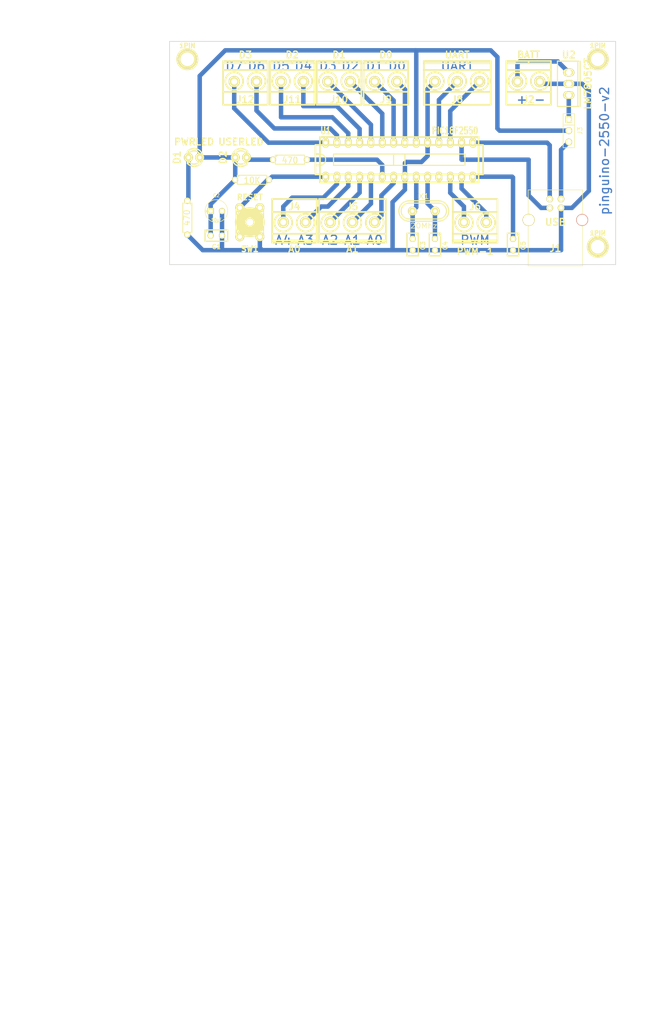
<source format=kicad_pcb>
(kicad_pcb (version 3) (host pcbnew "(2012-nov-02)-stable")

  (general
    (links 50)
    (no_connects 0)
    (area 23.85 31.925001 214.577381 413.25)
    (thickness 1.6)
    (drawings 24)
    (tracks 140)
    (zones 0)
    (modules 28)
    (nets 32)
  )

  (page User 210.007 297.002 portrait)
  (title_block 
    (title "Pinguino 2550")
    (rev 2.0)
    (company "E.E.T. Nro.7 - Banfield")
    (comment 1 "Prof. Victor Villarreal")
    (comment 2 "Placa Pinguino 18F2550 v2")
  )

  (layers
    (15 F.Cu signal hide)
    (0 B.Cu signal)
    (16 B.Adhes user hide)
    (17 F.Adhes user hide)
    (18 B.Paste user hide)
    (19 F.Paste user hide)
    (20 B.SilkS user hide)
    (21 F.SilkS user hide)
    (22 B.Mask user hide)
    (23 F.Mask user hide)
    (24 Dwgs.User user)
    (25 Cmts.User user)
    (26 Eco1.User user)
    (27 Eco2.User user)
    (28 Edge.Cuts user)
  )

  (setup
    (last_trace_width 1)
    (trace_clearance 0.5)
    (zone_clearance 0.508)
    (zone_45_only no)
    (trace_min 0.5)
    (segment_width 0.2)
    (edge_width 0.15)
    (via_size 0.889)
    (via_drill 0.635)
    (via_min_size 0.889)
    (via_min_drill 0.508)
    (uvia_size 0.508)
    (uvia_drill 0.127)
    (uvias_allowed no)
    (uvia_min_size 0.508)
    (uvia_min_drill 0.127)
    (pcb_text_width 0.3)
    (pcb_text_size 1 1)
    (mod_edge_width 0.15)
    (mod_text_size 1 1)
    (mod_text_width 0.15)
    (pad_size 1.6 1.6)
    (pad_drill 0.8128)
    (pad_to_mask_clearance 0)
    (aux_axis_origin 0 0)
    (visible_elements FFFFFBBF)
    (pcbplotparams
      (layerselection 3178497)
      (usegerberextensions true)
      (excludeedgelayer true)
      (linewidth 152400)
      (plotframeref false)
      (viasonmask false)
      (mode 1)
      (useauxorigin false)
      (hpglpennumber 1)
      (hpglpenspeed 20)
      (hpglpendiameter 15)
      (hpglpenoverlay 2)
      (psnegative false)
      (psa4output false)
      (plotreference true)
      (plotvalue true)
      (plotothertext true)
      (plotinvisibletext false)
      (padsonsilk false)
      (subtractmaskfromsilk false)
      (outputformat 1)
      (mirror false)
      (drillshape 1)
      (scaleselection 1)
      (outputdirectory doc/))
  )

  (net 0 "")
  (net 1 /ANALOG-1)
  (net 2 /ANALOG-2)
  (net 3 /ANALOG-3)
  (net 4 /ANALOG-4)
  (net 5 /ANALOG-5)
  (net 6 /DIGITAL-1)
  (net 7 /DIGITAL-2)
  (net 8 /DIGITAL-3)
  (net 9 /DIGITAL-4)
  (net 10 /DIGITAL-5)
  (net 11 /DIGITAL-6)
  (net 12 /DIGITAL-7)
  (net 13 /DIGITAL-8)
  (net 14 /PWM-1)
  (net 15 /PWM-2)
  (net 16 /UART-RX)
  (net 17 /UART-TX)
  (net 18 /USB+)
  (net 19 /USB-)
  (net 20 GNDPWR)
  (net 21 N-0000016)
  (net 22 N-0000018)
  (net 23 N-0000019)
  (net 24 N-0000028)
  (net 25 N-0000029)
  (net 26 N-0000030)
  (net 27 N-0000031)
  (net 28 N-0000032)
  (net 29 N-0000033)
  (net 30 N-0000034)
  (net 31 VCC)

  (net_class Default "This is the default net class."
    (clearance 0.5)
    (trace_width 1)
    (via_dia 0.889)
    (via_drill 0.635)
    (uvia_dia 0.508)
    (uvia_drill 0.127)
    (add_net "")
    (add_net /ANALOG-1)
    (add_net /ANALOG-2)
    (add_net /ANALOG-3)
    (add_net /ANALOG-4)
    (add_net /ANALOG-5)
    (add_net /DIGITAL-1)
    (add_net /DIGITAL-2)
    (add_net /DIGITAL-3)
    (add_net /DIGITAL-4)
    (add_net /DIGITAL-5)
    (add_net /DIGITAL-6)
    (add_net /DIGITAL-7)
    (add_net /DIGITAL-8)
    (add_net /PWM-1)
    (add_net /PWM-2)
    (add_net /UART-RX)
    (add_net /UART-TX)
    (add_net /USB+)
    (add_net /USB-)
    (add_net GNDPWR)
    (add_net N-0000016)
    (add_net N-0000018)
    (add_net N-0000019)
    (add_net N-0000028)
    (add_net N-0000029)
    (add_net N-0000030)
    (add_net N-0000031)
    (add_net N-0000032)
    (add_net N-0000033)
    (add_net N-0000034)
    (add_net VCC)
  )

  (module USB_B (layer F.Cu) (tedit 533F39DE) (tstamp 533F3C98)
    (at 138 84)
    (tags USB)
    (path /52EAE320)
    (clearance 0.1)
    (fp_text reference J1 (at 0 6.35) (layer F.SilkS)
      (effects (font (size 1.524 1.524) (thickness 0.3048)))
    )
    (fp_text value USB (at 0 0.5) (layer F.SilkS)
      (effects (font (size 1.524 1.524) (thickness 0.3048)))
    )
    (fp_line (start -6.096 10.287) (end 6.096 10.287) (layer F.SilkS) (width 0.127))
    (fp_line (start 6.096 10.287) (end 6.096 -6.731) (layer F.SilkS) (width 0.127))
    (fp_line (start 6.096 -6.731) (end -6.096 -6.731) (layer F.SilkS) (width 0.127))
    (fp_line (start -6.096 -6.731) (end -6.096 10.287) (layer F.SilkS) (width 0.127))
    (pad 1 thru_hole circle (at 1.27 -4.699) (size 1.524 1.524) (drill 0.8128)
      (layers *.Cu *.Mask F.SilkS)
      (net 26 N-0000030)
      (zone_connect 0)
    )
    (pad 2 thru_hole circle (at -1.27 -4.699) (size 1.524 1.524) (drill 0.8128)
      (layers *.Cu *.Mask F.SilkS)
      (net 19 /USB-)
    )
    (pad 3 thru_hole circle (at -1.27 -2.70002) (size 1.524 1.524) (drill 0.8128)
      (layers *.Cu *.Mask F.SilkS)
      (net 18 /USB+)
    )
    (pad 4 thru_hole circle (at 1.27 -2.70002) (size 1.524 1.524) (drill 0.8128)
      (layers *.Cu *.Mask F.SilkS)
      (net 20 GNDPWR)
    )
    (pad 5 np_thru_hole circle (at 5.99948 0) (size 2.70002 2.70002) (drill 2.30124)
      (layers *.Cu *.SilkS *.Mask)
    )
    (pad 6 thru_hole circle (at -5.99948 0) (size 2.70002 2.70002) (drill 2.30124)
      (layers *.Cu *.Mask F.SilkS)
    )
    (model connectors/USB_type_B.wrl
      (at (xyz 0 0 0.001))
      (scale (xyz 0.3937 0.3937 0.3937))
      (rotate (xyz 0 0 0))
    )
  )

  (module R3 (layer F.Cu) (tedit 4E4C0E65) (tstamp 533B5D9E)
    (at 55.5 83.5 270)
    (descr "Resitance 3 pas")
    (tags R)
    (path /52EAEE87)
    (autoplace_cost180 10)
    (fp_text reference R1 (at 0 0.127 270) (layer F.SilkS) hide
      (effects (font (size 1.397 1.27) (thickness 0.2032)))
    )
    (fp_text value 470 (at 0 0.127 270) (layer F.SilkS)
      (effects (font (size 1.397 1.27) (thickness 0.2032)))
    )
    (fp_line (start -3.81 0) (end -3.302 0) (layer F.SilkS) (width 0.2032))
    (fp_line (start 3.81 0) (end 3.302 0) (layer F.SilkS) (width 0.2032))
    (fp_line (start 3.302 0) (end 3.302 -1.016) (layer F.SilkS) (width 0.2032))
    (fp_line (start 3.302 -1.016) (end -3.302 -1.016) (layer F.SilkS) (width 0.2032))
    (fp_line (start -3.302 -1.016) (end -3.302 1.016) (layer F.SilkS) (width 0.2032))
    (fp_line (start -3.302 1.016) (end 3.302 1.016) (layer F.SilkS) (width 0.2032))
    (fp_line (start 3.302 1.016) (end 3.302 0) (layer F.SilkS) (width 0.2032))
    (fp_line (start -3.302 -0.508) (end -2.794 -1.016) (layer F.SilkS) (width 0.2032))
    (pad 1 thru_hole circle (at -3.81 0 270) (size 1.397 1.397) (drill 0.8128)
      (layers *.Cu *.Mask F.SilkS)
      (net 30 N-0000034)
    )
    (pad 2 thru_hole circle (at 3.81 0 270) (size 1.397 1.397) (drill 0.8128)
      (layers *.Cu *.Mask F.SilkS)
      (net 20 GNDPWR)
    )
    (model discret/resistor.wrl
      (at (xyz 0 0 0))
      (scale (xyz 0.3 0.3 0.3))
      (rotate (xyz 0 0 0))
    )
  )

  (module R3 (layer F.Cu) (tedit 4E4C0E65) (tstamp 533B5F07)
    (at 78.5 70.5)
    (descr "Resitance 3 pas")
    (tags R)
    (path /52EAFAE0)
    (autoplace_cost180 10)
    (fp_text reference R3 (at 0 0.127) (layer F.SilkS) hide
      (effects (font (size 1.397 1.27) (thickness 0.2032)))
    )
    (fp_text value 470 (at 0 0.127) (layer F.SilkS)
      (effects (font (size 1.397 1.27) (thickness 0.2032)))
    )
    (fp_line (start -3.81 0) (end -3.302 0) (layer F.SilkS) (width 0.2032))
    (fp_line (start 3.81 0) (end 3.302 0) (layer F.SilkS) (width 0.2032))
    (fp_line (start 3.302 0) (end 3.302 -1.016) (layer F.SilkS) (width 0.2032))
    (fp_line (start 3.302 -1.016) (end -3.302 -1.016) (layer F.SilkS) (width 0.2032))
    (fp_line (start -3.302 -1.016) (end -3.302 1.016) (layer F.SilkS) (width 0.2032))
    (fp_line (start -3.302 1.016) (end 3.302 1.016) (layer F.SilkS) (width 0.2032))
    (fp_line (start 3.302 1.016) (end 3.302 0) (layer F.SilkS) (width 0.2032))
    (fp_line (start -3.302 -0.508) (end -2.794 -1.016) (layer F.SilkS) (width 0.2032))
    (pad 1 thru_hole circle (at -3.81 0) (size 1.397 1.397) (drill 0.8128)
      (layers *.Cu *.Mask F.SilkS)
      (net 23 N-0000019)
    )
    (pad 2 thru_hole circle (at 3.81 0) (size 1.397 1.397) (drill 0.8128)
      (layers *.Cu *.Mask F.SilkS)
      (net 22 N-0000018)
    )
    (model discret/resistor.wrl
      (at (xyz 0 0 0))
      (scale (xyz 0.3 0.3 0.3))
      (rotate (xyz 0 0 0))
    )
  )

  (module R3 (layer F.Cu) (tedit 4E4C0E65) (tstamp 52F3A77C)
    (at 70 75)
    (descr "Resitance 3 pas")
    (tags R)
    (path /52EAF69C)
    (autoplace_cost180 10)
    (fp_text reference R2 (at 0 0.127) (layer F.SilkS) hide
      (effects (font (size 1.397 1.27) (thickness 0.2032)))
    )
    (fp_text value 10K (at 0 0.127) (layer F.SilkS)
      (effects (font (size 1.397 1.27) (thickness 0.2032)))
    )
    (fp_line (start -3.81 0) (end -3.302 0) (layer F.SilkS) (width 0.2032))
    (fp_line (start 3.81 0) (end 3.302 0) (layer F.SilkS) (width 0.2032))
    (fp_line (start 3.302 0) (end 3.302 -1.016) (layer F.SilkS) (width 0.2032))
    (fp_line (start 3.302 -1.016) (end -3.302 -1.016) (layer F.SilkS) (width 0.2032))
    (fp_line (start -3.302 -1.016) (end -3.302 1.016) (layer F.SilkS) (width 0.2032))
    (fp_line (start -3.302 1.016) (end 3.302 1.016) (layer F.SilkS) (width 0.2032))
    (fp_line (start 3.302 1.016) (end 3.302 0) (layer F.SilkS) (width 0.2032))
    (fp_line (start -3.302 -0.508) (end -2.794 -1.016) (layer F.SilkS) (width 0.2032))
    (pad 1 thru_hole circle (at -3.81 0) (size 1.397 1.397) (drill 0.8128)
      (layers *.Cu *.Mask F.SilkS)
      (net 31 VCC)
    )
    (pad 2 thru_hole circle (at 3.81 0) (size 1.397 1.397) (drill 0.8128)
      (layers *.Cu *.Mask F.SilkS)
      (net 21 N-0000016)
    )
    (model discret/resistor.wrl
      (at (xyz 0 0 0))
      (scale (xyz 0.3 0.3 0.3))
      (rotate (xyz 0 0 0))
    )
  )

  (module PIN_ARRAY_3X1 (layer F.Cu) (tedit 533CCE6A) (tstamp 52F3A7A1)
    (at 141 64 270)
    (descr "Connecteur 3 pins")
    (tags "CONN DEV")
    (path /52EAE5D3)
    (fp_text reference J3 (at 0 -2.5 270) (layer F.SilkS)
      (effects (font (size 1.016 1.016) (thickness 0.1524)))
    )
    (fp_text value SELECT (at 0 -2.159 270) (layer F.SilkS) hide
      (effects (font (size 1.016 1.016) (thickness 0.1524)))
    )
    (fp_line (start -3.81 1.27) (end -3.81 -1.27) (layer F.SilkS) (width 0.1524))
    (fp_line (start -3.81 -1.27) (end 3.81 -1.27) (layer F.SilkS) (width 0.1524))
    (fp_line (start 3.81 -1.27) (end 3.81 1.27) (layer F.SilkS) (width 0.1524))
    (fp_line (start 3.81 1.27) (end -3.81 1.27) (layer F.SilkS) (width 0.1524))
    (fp_line (start -1.27 -1.27) (end -1.27 1.27) (layer F.SilkS) (width 0.1524))
    (pad 1 thru_hole rect (at -2.54 0 270) (size 1.524 1.524) (drill 1.016)
      (layers *.Cu *.Mask F.SilkS)
      (net 25 N-0000029)
    )
    (pad 2 thru_hole circle (at 0 0 270) (size 1.524 1.524) (drill 1.016)
      (layers *.Cu *.Mask F.SilkS)
      (net 31 VCC)
    )
    (pad 3 thru_hole circle (at 2.54 0 270) (size 1.524 1.524) (drill 1.016)
      (layers *.Cu *.Mask F.SilkS)
      (net 26 N-0000030)
    )
    (model pin_array/pins_array_3x1.wrl
      (at (xyz 0 0 0))
      (scale (xyz 1 1 1))
      (rotate (xyz 0 0 0))
    )
  )

  (module dil_28-300_socket (layer F.Cu) (tedit 533CCECB) (tstamp 52F3A828)
    (at 103 70.5)
    (descr "IC, DIL28 x 0,3\", with socket")
    (tags DIL)
    (path /52EAE2A1)
    (fp_text reference U1 (at -16.5 -6.5) (layer F.SilkS)
      (effects (font (size 1.524 1.143) (thickness 0.28702)))
    )
    (fp_text value PIC18F2550 (at 12.5 -6.5) (layer F.SilkS)
      (effects (font (size 1.524 1.143) (thickness 0.28702)))
    )
    (fp_line (start -17.78 -5.08) (end 17.78 -5.08) (layer F.SilkS) (width 0.381))
    (fp_line (start 18.796 -3.302) (end -18.796 -3.302) (layer F.SilkS) (width 0.381))
    (fp_line (start -17.78 5.08) (end 17.78 5.08) (layer F.SilkS) (width 0.381))
    (fp_line (start 18.796 3.302) (end -18.796 3.302) (layer F.SilkS) (width 0.381))
    (fp_line (start -14.732 1.27) (end 14.732 1.27) (layer F.SilkS) (width 0.254))
    (fp_line (start 14.732 -1.27) (end -14.732 -1.27) (layer F.SilkS) (width 0.254))
    (fp_line (start 1.27 -1.27) (end 1.27 1.27) (layer F.SilkS) (width 0.254))
    (fp_line (start -1.27 -1.27) (end -1.27 1.27) (layer F.SilkS) (width 0.254))
    (fp_line (start -17.78 -1.27) (end -17.78 1.27) (layer F.SilkS) (width 0.381))
    (fp_arc (start -17.78 0) (end -17.78 -1.27) (angle 90) (layer F.SilkS) (width 0.254))
    (fp_arc (start -17.78 0) (end -16.51 0) (angle 90) (layer F.SilkS) (width 0.254))
    (fp_line (start -17.78 1.27) (end -18.796 1.27) (layer F.SilkS) (width 0.381))
    (fp_line (start -17.78 -1.27) (end -18.796 -1.27) (layer F.SilkS) (width 0.381))
    (fp_line (start -14.732 -1.27) (end -14.732 1.27) (layer F.SilkS) (width 0.254))
    (fp_line (start 14.732 1.27) (end 14.732 -1.27) (layer F.SilkS) (width 0.254))
    (fp_line (start 17.78 -5.08) (end 17.78 5.08) (layer F.SilkS) (width 0.381))
    (fp_line (start -17.78 5.08) (end -17.78 -5.08) (layer F.SilkS) (width 0.381))
    (fp_line (start 18.796 -3.302) (end 18.796 3.302) (layer F.SilkS) (width 0.381))
    (fp_line (start -18.796 3.302) (end -18.796 -3.302) (layer F.SilkS) (width 0.381))
    (pad 1 thru_hole oval (at -16.51 3.81) (size 1.50114 2.19964) (drill 0.8001)
      (layers *.Cu *.Mask F.SilkS)
      (net 21 N-0000016)
    )
    (pad 2 thru_hole oval (at -13.97 3.81) (size 1.50114 2.19964) (drill 0.8001)
      (layers *.Cu *.Mask F.SilkS)
      (net 1 /ANALOG-1)
    )
    (pad 3 thru_hole oval (at -11.43 3.81) (size 1.50114 2.19964) (drill 0.8001)
      (layers *.Cu *.Mask F.SilkS)
      (net 2 /ANALOG-2)
    )
    (pad 4 thru_hole oval (at -8.89 3.81) (size 1.50114 2.19964) (drill 0.8001)
      (layers *.Cu *.Mask F.SilkS)
      (net 3 /ANALOG-3)
    )
    (pad 5 thru_hole oval (at -6.35 3.81) (size 1.50114 2.19964) (drill 0.8001)
      (layers *.Cu *.Mask F.SilkS)
      (net 4 /ANALOG-4)
    )
    (pad 6 thru_hole oval (at -3.81 3.81) (size 1.50114 2.19964) (drill 0.8001)
      (layers *.Cu *.Mask F.SilkS)
      (net 22 N-0000018)
    )
    (pad 7 thru_hole oval (at -1.27 3.81) (size 1.50114 2.19964) (drill 0.8001)
      (layers *.Cu *.Mask F.SilkS)
      (net 5 /ANALOG-5)
    )
    (pad 8 thru_hole oval (at 1.27 3.81) (size 1.50114 2.19964) (drill 0.8001)
      (layers *.Cu *.Mask F.SilkS)
      (net 20 GNDPWR)
    )
    (pad 9 thru_hole oval (at 3.81 3.81) (size 1.50114 2.19964) (drill 0.8001)
      (layers *.Cu *.Mask F.SilkS)
      (net 28 N-0000032)
    )
    (pad 10 thru_hole oval (at 6.35 3.81) (size 1.50114 2.19964) (drill 0.8001)
      (layers *.Cu *.Mask F.SilkS)
      (net 29 N-0000033)
    )
    (pad 11 thru_hole oval (at 8.89 3.81) (size 1.50114 2.19964) (drill 0.8001)
      (layers *.Cu *.Mask F.SilkS)
    )
    (pad 12 thru_hole oval (at 11.43 3.81) (size 1.50114 2.19964) (drill 0.8001)
      (layers *.Cu *.Mask F.SilkS)
      (net 14 /PWM-1)
    )
    (pad 13 thru_hole oval (at 13.97 3.81) (size 1.50114 2.19964) (drill 0.8001)
      (layers *.Cu *.Mask F.SilkS)
      (net 15 /PWM-2)
    )
    (pad 14 thru_hole oval (at 16.51 3.81) (size 1.50114 2.19964) (drill 0.8001)
      (layers *.Cu *.Mask F.SilkS)
      (net 27 N-0000031)
    )
    (pad 15 thru_hole oval (at 16.51 -3.81) (size 1.50114 2.19964) (drill 0.8001)
      (layers *.Cu *.Mask F.SilkS)
      (net 19 /USB-)
    )
    (pad 16 thru_hole oval (at 13.97 -3.81) (size 1.50114 2.19964) (drill 0.8001)
      (layers *.Cu *.Mask F.SilkS)
      (net 18 /USB+)
    )
    (pad 17 thru_hole oval (at 11.43 -3.81) (size 1.50114 2.19964) (drill 0.8001)
      (layers *.Cu *.Mask F.SilkS)
      (net 17 /UART-TX)
    )
    (pad 18 thru_hole oval (at 8.89 -3.81) (size 1.50114 2.19964) (drill 0.8001)
      (layers *.Cu *.Mask F.SilkS)
      (net 16 /UART-RX)
    )
    (pad 19 thru_hole oval (at 6.35 -3.81) (size 1.50114 2.19964) (drill 0.8001)
      (layers *.Cu *.Mask F.SilkS)
      (net 20 GNDPWR)
    )
    (pad 20 thru_hole oval (at 3.81 -3.81) (size 1.50114 2.19964) (drill 0.8001)
      (layers *.Cu *.Mask F.SilkS)
      (net 31 VCC)
    )
    (pad 21 thru_hole oval (at 1.27 -3.81) (size 1.50114 2.19964) (drill 0.8001)
      (layers *.Cu *.Mask F.SilkS)
      (net 6 /DIGITAL-1)
    )
    (pad 22 thru_hole oval (at -1.27 -3.81) (size 1.50114 2.19964) (drill 0.8001)
      (layers *.Cu *.Mask F.SilkS)
      (net 7 /DIGITAL-2)
    )
    (pad 23 thru_hole oval (at -3.81 -3.81) (size 1.50114 2.19964) (drill 0.8001)
      (layers *.Cu *.Mask F.SilkS)
      (net 8 /DIGITAL-3)
    )
    (pad 24 thru_hole oval (at -6.35 -3.81) (size 1.50114 2.19964) (drill 0.8001)
      (layers *.Cu *.Mask F.SilkS)
      (net 9 /DIGITAL-4)
    )
    (pad 25 thru_hole oval (at -8.89 -3.81) (size 1.50114 2.19964) (drill 0.8001)
      (layers *.Cu *.Mask F.SilkS)
      (net 10 /DIGITAL-5)
    )
    (pad 26 thru_hole oval (at -11.43 -3.81) (size 1.50114 2.19964) (drill 0.8001)
      (layers *.Cu *.Mask F.SilkS)
      (net 11 /DIGITAL-6)
    )
    (pad 27 thru_hole oval (at -13.97 -3.81) (size 1.50114 2.19964) (drill 0.8001)
      (layers *.Cu *.Mask F.SilkS)
      (net 12 /DIGITAL-7)
    )
    (pad 28 thru_hole oval (at -16.51 -3.81) (size 1.50114 2.19964) (drill 0.8001)
      (layers *.Cu *.Mask F.SilkS)
      (net 13 /DIGITAL-8)
    )
    (model 3D/dil_28-300_socket.wrl
      (at (xyz 0 0 0))
      (scale (xyz 1 1 1))
      (rotate (xyz 0 0 0))
    )
  )

  (module crystal_hc-49s (layer F.Cu) (tedit 4D174556) (tstamp 52F3A846)
    (at 108.5 82)
    (descr "Crystal, HC-49S")
    (tags QUARTZ)
    (path /52EAF3AA)
    (autoplace_cost180 10)
    (fp_text reference X1 (at 0 -3.302) (layer F.SilkS)
      (effects (font (size 1.143 1.27) (thickness 0.1524)))
    )
    (fp_text value 20Mhz (at 0 3.302) (layer F.SilkS)
      (effects (font (size 1.143 1.27) (thickness 0.1524)))
    )
    (fp_arc (start 3.302 0) (end 3.302 -2.286) (angle 90) (layer F.SilkS) (width 0.254))
    (fp_line (start -3.302 1.778) (end 3.302 1.778) (layer F.SilkS) (width 0.254))
    (fp_line (start 3.302 -1.778) (end -3.302 -1.778) (layer F.SilkS) (width 0.254))
    (fp_arc (start 3.302 0) (end 5.08 0) (angle 90) (layer F.SilkS) (width 0.254))
    (fp_arc (start 3.302 0) (end 3.302 -1.778) (angle 90) (layer F.SilkS) (width 0.254))
    (fp_arc (start -3.302 0) (end -3.302 1.778) (angle 90) (layer F.SilkS) (width 0.254))
    (fp_arc (start -3.302 0) (end -5.08 0) (angle 90) (layer F.SilkS) (width 0.254))
    (fp_arc (start 3.302 0) (end 5.588 0) (angle 90) (layer F.SilkS) (width 0.254))
    (fp_line (start 3.302 2.286) (end -3.302 2.286) (layer F.SilkS) (width 0.254))
    (fp_line (start -3.302 -2.286) (end 3.302 -2.286) (layer F.SilkS) (width 0.254))
    (fp_arc (start -3.302 0) (end -3.302 2.286) (angle 90) (layer F.SilkS) (width 0.254))
    (fp_arc (start -3.302 0) (end -5.588 0) (angle 90) (layer F.SilkS) (width 0.254))
    (pad 1 thru_hole circle (at -2.54 0) (size 1.99898 1.99898) (drill 0.8001)
      (layers *.Cu *.Mask F.SilkS)
      (net 28 N-0000032)
    )
    (pad 2 thru_hole circle (at 2.54 0) (size 1.99898 1.99898) (drill 0.8001)
      (layers *.Cu *.Mask F.SilkS)
      (net 29 N-0000033)
    )
    (model 3D/crystal_hc-49s.wrl
      (at (xyz 0 0 0))
      (scale (xyz 1 1 1))
      (rotate (xyz 0 0 0))
    )
  )

  (module C1V5 (layer F.Cu) (tedit 533CCF68) (tstamp 533F3D51)
    (at 62 82)
    (descr "Condensateur e = 1 pas")
    (tags C)
    (path /52EAEA9A)
    (fp_text reference C2 (at 0 -3.5) (layer F.SilkS)
      (effects (font (size 0.762 0.762) (thickness 0.127)))
    )
    (fp_text value 10uF (at 0 2) (layer F.SilkS)
      (effects (font (size 0.762 0.635) (thickness 0.127)))
    )
    (fp_text user + (at -2.286 0) (layer F.SilkS)
      (effects (font (size 0.762 0.762) (thickness 0.2032)))
    )
    (fp_circle (center 0 0) (end 0.127 -2.54) (layer F.SilkS) (width 0.127))
    (pad 1 thru_hole rect (at -1.27 0) (size 1.397 1.397) (drill 0.8128)
      (layers *.Cu *.Mask F.SilkS)
      (net 31 VCC)
    )
    (pad 2 thru_hole circle (at 1.27 0) (size 1.397 1.397) (drill 0.8128)
      (layers *.Cu *.Mask F.SilkS)
      (net 20 GNDPWR)
    )
    (model discret/c_vert_c1v5.wrl
      (at (xyz 0 0 0))
      (scale (xyz 1 1 1))
      (rotate (xyz 0 0 0))
    )
  )

  (module to220_std (layer F.Cu) (tedit 533CC4D2) (tstamp 533B6F2F)
    (at 141 53.5 270)
    (descr "TO220, standard design witount bended pins")
    (path /52EAE38D)
    (fp_text reference U2 (at -6.5 0 360) (layer F.SilkS)
      (effects (font (size 1.524 1.524) (thickness 0.3048)))
    )
    (fp_text value LM7805CT (at 0 -4.318 270) (layer F.SilkS)
      (effects (font (size 1.524 1.524) (thickness 0.3048)))
    )
    (fp_line (start -5.08 -2.032) (end 5.08 -2.032) (layer F.SilkS) (width 0.254))
    (fp_line (start -5.08 -1.27) (end -5.08 2.54) (layer F.SilkS) (width 0.254))
    (fp_line (start -5.08 2.54) (end 5.08 2.54) (layer F.SilkS) (width 0.254))
    (fp_line (start 5.08 2.54) (end 5.08 -2.54) (layer F.SilkS) (width 0.254))
    (fp_line (start 5.08 -2.54) (end -5.08 -2.54) (layer F.SilkS) (width 0.254))
    (fp_line (start -5.08 -2.54) (end -5.08 -1.27) (layer F.SilkS) (width 0.254))
    (pad 3 thru_hole oval (at 2.54 0 270) (size 1.74498 2.49936) (drill 1.24968)
      (layers *.Cu *.Mask F.SilkS)
      (net 25 N-0000029)
    )
    (pad 2 thru_hole oval (at 0 0 270) (size 1.74498 2.49936) (drill 1.24968)
      (layers *.Cu *.Mask F.SilkS)
      (net 20 GNDPWR)
    )
    (pad 1 thru_hole oval (at -2.54 0 270) (size 1.74498 2.49936) (drill 1.24968)
      (layers *.Cu *.Mask F.SilkS)
      (net 24 N-0000028)
    )
    (model 3D/to220_std.wrl
      (at (xyz 0 0 0))
      (scale (xyz 1 1 1))
      (rotate (xyz 0 0 0))
    )
  )

  (module mkds_1,5-2 (layer F.Cu) (tedit 533CCE3D) (tstamp 5337A1C8)
    (at 100 53 180)
    (descr "2-way 5mm pitch terminal block, Phoenix MKDS series")
    (path /53376A24)
    (fp_text reference J9 (at 0 -4 180) (layer F.SilkS)
      (effects (font (size 1.5 1.5) (thickness 0.3)))
    )
    (fp_text value D0 (at 0 6 180) (layer F.SilkS)
      (effects (font (size 1.5 1.5) (thickness 0.3)))
    )
    (fp_line (start 0 4.1) (end 0 4.6) (layer F.SilkS) (width 0.381))
    (fp_circle (center 2.5 0.1) (end 0.5 0.1) (layer F.SilkS) (width 0.381))
    (fp_circle (center -2.5 0.1) (end -0.5 0.1) (layer F.SilkS) (width 0.381))
    (fp_line (start -5 2.6) (end 5 2.6) (layer F.SilkS) (width 0.381))
    (fp_line (start -5 -2.3) (end 5 -2.3) (layer F.SilkS) (width 0.381))
    (fp_line (start -5 4.1) (end 5 4.1) (layer F.SilkS) (width 0.381))
    (fp_line (start -5 4.6) (end 5 4.6) (layer F.SilkS) (width 0.381))
    (fp_line (start 5 4.6) (end 5 -5.2) (layer F.SilkS) (width 0.381))
    (fp_line (start 5 -5.2) (end -5 -5.2) (layer F.SilkS) (width 0.381))
    (fp_line (start -5 -5.2) (end -5 4.6) (layer F.SilkS) (width 0.381))
    (pad 1 thru_hole circle (at -2.5 0 180) (size 2.5 2.5) (drill 1.3)
      (layers *.Cu *.Mask F.SilkS)
      (net 6 /DIGITAL-1)
    )
    (pad 2 thru_hole circle (at 2.5 0 180) (size 2.5 2.5) (drill 1.3)
      (layers *.Cu *.Mask F.SilkS)
      (net 7 /DIGITAL-2)
    )
    (model 3D/mkds_1,5-2.wrl
      (at (xyz 0 0 0))
      (scale (xyz 1 1 1))
      (rotate (xyz 0 0 0))
    )
  )

  (module mkds_1,5-2 (layer F.Cu) (tedit 533CCE46) (tstamp 5337A1D8)
    (at 89.5 53 180)
    (descr "2-way 5mm pitch terminal block, Phoenix MKDS series")
    (path /53376A47)
    (fp_text reference J10 (at 0 -4 180) (layer F.SilkS)
      (effects (font (size 1.5 1.5) (thickness 0.3)))
    )
    (fp_text value D1 (at 0 6 180) (layer F.SilkS)
      (effects (font (size 1.5 1.5) (thickness 0.3)))
    )
    (fp_line (start 0 4.1) (end 0 4.6) (layer F.SilkS) (width 0.381))
    (fp_circle (center 2.5 0.1) (end 0.5 0.1) (layer F.SilkS) (width 0.381))
    (fp_circle (center -2.5 0.1) (end -0.5 0.1) (layer F.SilkS) (width 0.381))
    (fp_line (start -5 2.6) (end 5 2.6) (layer F.SilkS) (width 0.381))
    (fp_line (start -5 -2.3) (end 5 -2.3) (layer F.SilkS) (width 0.381))
    (fp_line (start -5 4.1) (end 5 4.1) (layer F.SilkS) (width 0.381))
    (fp_line (start -5 4.6) (end 5 4.6) (layer F.SilkS) (width 0.381))
    (fp_line (start 5 4.6) (end 5 -5.2) (layer F.SilkS) (width 0.381))
    (fp_line (start 5 -5.2) (end -5 -5.2) (layer F.SilkS) (width 0.381))
    (fp_line (start -5 -5.2) (end -5 4.6) (layer F.SilkS) (width 0.381))
    (pad 1 thru_hole circle (at -2.5 0 180) (size 2.5 2.5) (drill 1.3)
      (layers *.Cu *.Mask F.SilkS)
      (net 8 /DIGITAL-3)
    )
    (pad 2 thru_hole circle (at 2.5 0 180) (size 2.5 2.5) (drill 1.3)
      (layers *.Cu *.Mask F.SilkS)
      (net 9 /DIGITAL-4)
    )
    (model 3D/mkds_1,5-2.wrl
      (at (xyz 0 0 0))
      (scale (xyz 1 1 1))
      (rotate (xyz 0 0 0))
    )
  )

  (module mkds_1,5-2 (layer F.Cu) (tedit 533CCE4E) (tstamp 5337A1E8)
    (at 79 53 180)
    (descr "2-way 5mm pitch terminal block, Phoenix MKDS series")
    (path /53376A56)
    (fp_text reference J11 (at 0 -4 180) (layer F.SilkS)
      (effects (font (size 1.5 1.5) (thickness 0.3)))
    )
    (fp_text value D2 (at 0 6 180) (layer F.SilkS)
      (effects (font (size 1.5 1.5) (thickness 0.3)))
    )
    (fp_line (start 0 4.1) (end 0 4.6) (layer F.SilkS) (width 0.381))
    (fp_circle (center 2.5 0.1) (end 0.5 0.1) (layer F.SilkS) (width 0.381))
    (fp_circle (center -2.5 0.1) (end -0.5 0.1) (layer F.SilkS) (width 0.381))
    (fp_line (start -5 2.6) (end 5 2.6) (layer F.SilkS) (width 0.381))
    (fp_line (start -5 -2.3) (end 5 -2.3) (layer F.SilkS) (width 0.381))
    (fp_line (start -5 4.1) (end 5 4.1) (layer F.SilkS) (width 0.381))
    (fp_line (start -5 4.6) (end 5 4.6) (layer F.SilkS) (width 0.381))
    (fp_line (start 5 4.6) (end 5 -5.2) (layer F.SilkS) (width 0.381))
    (fp_line (start 5 -5.2) (end -5 -5.2) (layer F.SilkS) (width 0.381))
    (fp_line (start -5 -5.2) (end -5 4.6) (layer F.SilkS) (width 0.381))
    (pad 1 thru_hole circle (at -2.5 0 180) (size 2.5 2.5) (drill 1.3)
      (layers *.Cu *.Mask F.SilkS)
      (net 10 /DIGITAL-5)
    )
    (pad 2 thru_hole circle (at 2.5 0 180) (size 2.5 2.5) (drill 1.3)
      (layers *.Cu *.Mask F.SilkS)
      (net 11 /DIGITAL-6)
    )
    (model 3D/mkds_1,5-2.wrl
      (at (xyz 0 0 0))
      (scale (xyz 1 1 1))
      (rotate (xyz 0 0 0))
    )
  )

  (module mkds_1,5-2 (layer F.Cu) (tedit 533CCE56) (tstamp 5337A1F8)
    (at 68.5 53 180)
    (descr "2-way 5mm pitch terminal block, Phoenix MKDS series")
    (path /53376A65)
    (fp_text reference J12 (at 0 -4 180) (layer F.SilkS)
      (effects (font (size 1.5 1.5) (thickness 0.3)))
    )
    (fp_text value D3 (at 0 6 180) (layer F.SilkS)
      (effects (font (size 1.5 1.5) (thickness 0.3)))
    )
    (fp_line (start 0 4.1) (end 0 4.6) (layer F.SilkS) (width 0.381))
    (fp_circle (center 2.5 0.1) (end 0.5 0.1) (layer F.SilkS) (width 0.381))
    (fp_circle (center -2.5 0.1) (end -0.5 0.1) (layer F.SilkS) (width 0.381))
    (fp_line (start -5 2.6) (end 5 2.6) (layer F.SilkS) (width 0.381))
    (fp_line (start -5 -2.3) (end 5 -2.3) (layer F.SilkS) (width 0.381))
    (fp_line (start -5 4.1) (end 5 4.1) (layer F.SilkS) (width 0.381))
    (fp_line (start -5 4.6) (end 5 4.6) (layer F.SilkS) (width 0.381))
    (fp_line (start 5 4.6) (end 5 -5.2) (layer F.SilkS) (width 0.381))
    (fp_line (start 5 -5.2) (end -5 -5.2) (layer F.SilkS) (width 0.381))
    (fp_line (start -5 -5.2) (end -5 4.6) (layer F.SilkS) (width 0.381))
    (pad 1 thru_hole circle (at -2.5 0 180) (size 2.5 2.5) (drill 1.3)
      (layers *.Cu *.Mask F.SilkS)
      (net 12 /DIGITAL-7)
    )
    (pad 2 thru_hole circle (at 2.5 0 180) (size 2.5 2.5) (drill 1.3)
      (layers *.Cu *.Mask F.SilkS)
      (net 13 /DIGITAL-8)
    )
    (model 3D/mkds_1,5-2.wrl
      (at (xyz 0 0 0))
      (scale (xyz 1 1 1))
      (rotate (xyz 0 0 0))
    )
  )

  (module mkds_1,5-3 (layer F.Cu) (tedit 533CCEA2) (tstamp 52F3A752)
    (at 92.5 84.5)
    (descr "3-way 5mm pitch terminal block, Phoenix MKDS series")
    (path /5337675D)
    (fp_text reference J5 (at 0 -3.5) (layer F.SilkS)
      (effects (font (size 1.5 1.5) (thickness 0.3)))
    )
    (fp_text value A1 (at 0 6) (layer F.SilkS)
      (effects (font (size 1.5 1.5) (thickness 0.3)))
    )
    (fp_circle (center 5 0.1) (end 3 0.1) (layer F.SilkS) (width 0.381))
    (fp_line (start 2.5 4.1) (end 2.5 4.6) (layer F.SilkS) (width 0.381))
    (fp_line (start -2.5 4.1) (end -2.5 4.6) (layer F.SilkS) (width 0.381))
    (fp_circle (center 0 0.1) (end -2 0.1) (layer F.SilkS) (width 0.381))
    (fp_circle (center -5 0.1) (end -3 0.1) (layer F.SilkS) (width 0.381))
    (fp_line (start -7.5 2.6) (end 7.5 2.6) (layer F.SilkS) (width 0.381))
    (fp_line (start -7.5 -2.3) (end 7.5 -2.3) (layer F.SilkS) (width 0.381))
    (fp_line (start -7.5 4.1) (end 7.5 4.1) (layer F.SilkS) (width 0.381))
    (fp_line (start -7.5 4.6) (end 7.5 4.6) (layer F.SilkS) (width 0.381))
    (fp_line (start 7.5 4.6) (end 7.5 -5.2) (layer F.SilkS) (width 0.381))
    (fp_line (start 7.5 -5.2) (end -7.5 -5.2) (layer F.SilkS) (width 0.381))
    (fp_line (start -7.5 -5.2) (end -7.5 4.6) (layer F.SilkS) (width 0.381))
    (pad 3 thru_hole circle (at 5 0) (size 2.5 2.5) (drill 1.3)
      (layers *.Cu *.Mask F.SilkS)
      (net 5 /ANALOG-5)
    )
    (pad 1 thru_hole circle (at -5 0) (size 2.5 2.5) (drill 1.3)
      (layers *.Cu *.Mask F.SilkS)
      (net 3 /ANALOG-3)
    )
    (pad 2 thru_hole circle (at 0 0) (size 2.5 2.5) (drill 1.3)
      (layers *.Cu *.Mask F.SilkS)
      (net 4 /ANALOG-4)
    )
    (model 3D/mkds_1,5-3.wrl
      (at (xyz 0 0 0))
      (scale (xyz 1 1 1))
      (rotate (xyz 0 0 0))
    )
  )

  (module mkds_1,5-2 (layer F.Cu) (tedit 533CCE9D) (tstamp 52F3A789)
    (at 79.5 84.5)
    (descr "2-way 5mm pitch terminal block, Phoenix MKDS series")
    (path /5337674E)
    (fp_text reference J4 (at 0 -3.5) (layer F.SilkS)
      (effects (font (size 1.5 1.5) (thickness 0.3)))
    )
    (fp_text value A0 (at 0 6) (layer F.SilkS)
      (effects (font (size 1.5 1.5) (thickness 0.3)))
    )
    (fp_line (start 0 4.1) (end 0 4.6) (layer F.SilkS) (width 0.381))
    (fp_circle (center 2.5 0.1) (end 0.5 0.1) (layer F.SilkS) (width 0.381))
    (fp_circle (center -2.5 0.1) (end -0.5 0.1) (layer F.SilkS) (width 0.381))
    (fp_line (start -5 2.6) (end 5 2.6) (layer F.SilkS) (width 0.381))
    (fp_line (start -5 -2.3) (end 5 -2.3) (layer F.SilkS) (width 0.381))
    (fp_line (start -5 4.1) (end 5 4.1) (layer F.SilkS) (width 0.381))
    (fp_line (start -5 4.6) (end 5 4.6) (layer F.SilkS) (width 0.381))
    (fp_line (start 5 4.6) (end 5 -5.2) (layer F.SilkS) (width 0.381))
    (fp_line (start 5 -5.2) (end -5 -5.2) (layer F.SilkS) (width 0.381))
    (fp_line (start -5 -5.2) (end -5 4.6) (layer F.SilkS) (width 0.381))
    (pad 1 thru_hole circle (at -2.5 0) (size 2.5 2.5) (drill 1.3)
      (layers *.Cu *.Mask F.SilkS)
      (net 1 /ANALOG-1)
    )
    (pad 2 thru_hole circle (at 2.5 0) (size 2.5 2.5) (drill 1.3)
      (layers *.Cu *.Mask F.SilkS)
      (net 2 /ANALOG-2)
    )
    (model 3D/mkds_1,5-2.wrl
      (at (xyz 0 0 0))
      (scale (xyz 1 1 1))
      (rotate (xyz 0 0 0))
    )
  )

  (module mkds_1,5-3 (layer F.Cu) (tedit 533CCE34) (tstamp 52F3A795)
    (at 116 53 180)
    (descr "3-way 5mm pitch terminal block, Phoenix MKDS series")
    (path /52EB1355)
    (fp_text reference J8 (at 0 -4 180) (layer F.SilkS)
      (effects (font (size 1.5 1.5) (thickness 0.3)))
    )
    (fp_text value UART (at 0 6 180) (layer F.SilkS)
      (effects (font (size 1.5 1.5) (thickness 0.3)))
    )
    (fp_circle (center 5 0.1) (end 3 0.1) (layer F.SilkS) (width 0.381))
    (fp_line (start 2.5 4.1) (end 2.5 4.6) (layer F.SilkS) (width 0.381))
    (fp_line (start -2.5 4.1) (end -2.5 4.6) (layer F.SilkS) (width 0.381))
    (fp_circle (center 0 0.1) (end -2 0.1) (layer F.SilkS) (width 0.381))
    (fp_circle (center -5 0.1) (end -3 0.1) (layer F.SilkS) (width 0.381))
    (fp_line (start -7.5 2.6) (end 7.5 2.6) (layer F.SilkS) (width 0.381))
    (fp_line (start -7.5 -2.3) (end 7.5 -2.3) (layer F.SilkS) (width 0.381))
    (fp_line (start -7.5 4.1) (end 7.5 4.1) (layer F.SilkS) (width 0.381))
    (fp_line (start -7.5 4.6) (end 7.5 4.6) (layer F.SilkS) (width 0.381))
    (fp_line (start 7.5 4.6) (end 7.5 -5.2) (layer F.SilkS) (width 0.381))
    (fp_line (start 7.5 -5.2) (end -7.5 -5.2) (layer F.SilkS) (width 0.381))
    (fp_line (start -7.5 -5.2) (end -7.5 4.6) (layer F.SilkS) (width 0.381))
    (pad 3 thru_hole circle (at 5 0 180) (size 2.5 2.5) (drill 1.3)
      (layers *.Cu *.Mask F.SilkS)
      (net 20 GNDPWR)
    )
    (pad 1 thru_hole circle (at -5 0 180) (size 2.5 2.5) (drill 1.3)
      (layers *.Cu *.Mask F.SilkS)
      (net 17 /UART-TX)
    )
    (pad 2 thru_hole circle (at 0 0 180) (size 2.5 2.5) (drill 1.3)
      (layers *.Cu *.Mask F.SilkS)
      (net 16 /UART-RX)
    )
    (model 3D/mkds_1,5-3.wrl
      (at (xyz 0 0 0))
      (scale (xyz 1 1 1))
      (rotate (xyz 0 0 0))
    )
  )

  (module mkds_1,5-2 (layer F.Cu) (tedit 533CCEAD) (tstamp 52F3A7B5)
    (at 120 84.5)
    (descr "2-way 5mm pitch terminal block, Phoenix MKDS series")
    (path /52EB0D8E)
    (fp_text reference J6 (at 0 -3.5) (layer F.SilkS)
      (effects (font (size 1.5 1.5) (thickness 0.3)))
    )
    (fp_text value PWM-1 (at 0 6.5) (layer F.SilkS)
      (effects (font (size 1.5 1.5) (thickness 0.3)))
    )
    (fp_line (start 0 4.1) (end 0 4.6) (layer F.SilkS) (width 0.381))
    (fp_circle (center 2.5 0.1) (end 0.5 0.1) (layer F.SilkS) (width 0.381))
    (fp_circle (center -2.5 0.1) (end -0.5 0.1) (layer F.SilkS) (width 0.381))
    (fp_line (start -5 2.6) (end 5 2.6) (layer F.SilkS) (width 0.381))
    (fp_line (start -5 -2.3) (end 5 -2.3) (layer F.SilkS) (width 0.381))
    (fp_line (start -5 4.1) (end 5 4.1) (layer F.SilkS) (width 0.381))
    (fp_line (start -5 4.6) (end 5 4.6) (layer F.SilkS) (width 0.381))
    (fp_line (start 5 4.6) (end 5 -5.2) (layer F.SilkS) (width 0.381))
    (fp_line (start 5 -5.2) (end -5 -5.2) (layer F.SilkS) (width 0.381))
    (fp_line (start -5 -5.2) (end -5 4.6) (layer F.SilkS) (width 0.381))
    (pad 1 thru_hole circle (at -2.5 0) (size 2.5 2.5) (drill 1.3)
      (layers *.Cu *.Mask F.SilkS)
      (net 14 /PWM-1)
    )
    (pad 2 thru_hole circle (at 2.5 0) (size 2.5 2.5) (drill 1.3)
      (layers *.Cu *.Mask F.SilkS)
      (net 15 /PWM-2)
    )
    (model 3D/mkds_1,5-2.wrl
      (at (xyz 0 0 0))
      (scale (xyz 1 1 1))
      (rotate (xyz 0 0 0))
    )
  )

  (module led_3mm_red (layer F.Cu) (tedit 533CCEDD) (tstamp 52F3A7DC)
    (at 57 70 270)
    (descr "3mm (T-1) red led")
    (tags led)
    (path /52EAEEA0)
    (clearance 0.2)
    (fp_text reference D1 (at 0 3.81 270) (layer F.SilkS)
      (effects (font (size 1.524 1.524) (thickness 0.3048)))
    )
    (fp_text value PWRLED (at -3.5 0 360) (layer F.SilkS)
      (effects (font (size 1.524 1.524) (thickness 0.3048)))
    )
    (fp_arc (start 0 0) (end 1.50876 -1.31064) (angle 90) (layer F.SilkS) (width 0.29972))
    (fp_arc (start 0 0) (end -1.33096 1.50114) (angle 90) (layer F.SilkS) (width 0.29972))
    (fp_arc (start 0 0) (end 0 -1.99898) (angle 90) (layer F.SilkS) (width 0.29972))
    (fp_arc (start 0 0) (end -1.99898 0) (angle 90) (layer F.SilkS) (width 0.29972))
    (fp_line (start -1.50114 1.30048) (end 1.50114 1.30048) (layer F.SilkS) (width 0.29972))
    (fp_line (start -1.30048 1.50114) (end 1.30048 1.50114) (layer F.SilkS) (width 0.29972))
    (fp_circle (center 0 0) (end -1.50114 0) (layer F.SilkS) (width 0.29972))
    (pad 1 thru_hole circle (at 0 -1.27 270) (size 1.99898 1.99898) (drill 0.8001)
      (layers *.Cu *.Mask F.SilkS)
      (net 31 VCC)
    )
    (pad 2 thru_hole circle (at 0 1.27 270) (size 1.99898 1.99898) (drill 0.8001)
      (layers *.Cu *.Mask F.SilkS)
      (net 30 N-0000034)
    )
    (model 3D/led_3mm_red.wrl
      (at (xyz 0 0 0))
      (scale (xyz 1 1 1))
      (rotate (xyz 0 0 0))
    )
  )

  (module led_3mm_green (layer F.Cu) (tedit 533CCF81) (tstamp 533F3CDD)
    (at 67.5 70 90)
    (descr "3mm (T-1) green led")
    (tags led)
    (path /52EAFB03)
    (clearance 0.2)
    (fp_text reference D2 (at 0 -4 90) (layer F.SilkS)
      (effects (font (size 1.524 1.524) (thickness 0.3048)))
    )
    (fp_text value USERLED (at 3.5 0 180) (layer F.SilkS)
      (effects (font (size 1.524 1.524) (thickness 0.3048)))
    )
    (fp_arc (start 0 0) (end 1.50876 -1.31064) (angle 90) (layer F.SilkS) (width 0.29972))
    (fp_arc (start 0 0) (end -1.33096 1.50114) (angle 90) (layer F.SilkS) (width 0.29972))
    (fp_arc (start 0 0) (end 0 -1.99898) (angle 90) (layer F.SilkS) (width 0.29972))
    (fp_arc (start 0 0) (end -1.99898 0) (angle 90) (layer F.SilkS) (width 0.29972))
    (fp_line (start -1.50114 1.30048) (end 1.50114 1.30048) (layer F.SilkS) (width 0.29972))
    (fp_line (start -1.30048 1.50114) (end 1.30048 1.50114) (layer F.SilkS) (width 0.29972))
    (fp_circle (center 0 0) (end -1.50114 0) (layer F.SilkS) (width 0.29972))
    (pad 1 thru_hole circle (at 0 -1.27 90) (size 1.99898 1.99898) (drill 0.8001)
      (layers *.Cu *.Mask F.SilkS)
      (net 31 VCC)
    )
    (pad 2 thru_hole circle (at 0 1.27 90) (size 1.99898 1.99898) (drill 0.8001)
      (layers *.Cu *.Mask F.SilkS)
      (net 23 N-0000019)
    )
    (model 3D/led_3mm_green.wrl
      (at (xyz 0 0 0))
      (scale (xyz 1 1 1))
      (rotate (xyz 0 0 0))
    )
  )

  (module PCB_PUSH (layer F.Cu) (tedit 533CCEFF) (tstamp 52F3A834)
    (at 69.5 84.5 180)
    (descr "PCB pushbutton, Tyco FSM6x6 series")
    (tags pushbutton)
    (path /52EAF6BF)
    (fp_text reference SW1 (at 0 -6 180) (layer F.SilkS)
      (effects (font (size 1.27 1.27) (thickness 0.3175)))
    )
    (fp_text value RESET (at 0 5.588 180) (layer F.SilkS)
      (effects (font (size 1.27 1.27) (thickness 0.254)))
    )
    (fp_line (start -3.048 -3.048) (end 3.048 -3.048) (layer F.SilkS) (width 0.3048))
    (fp_line (start 3.048 -3.048) (end 3.048 3.048) (layer F.SilkS) (width 0.3048))
    (fp_line (start 3.048 3.048) (end -3.048 3.048) (layer F.SilkS) (width 0.3048))
    (fp_line (start -3.048 3.048) (end -3.048 -3.048) (layer F.SilkS) (width 0.3048))
    (fp_circle (center 0 0) (end -0.762 0.254) (layer F.SilkS) (width 2.54))
    (pad 1 thru_hole circle (at -2.25044 -3.2512 180) (size 1.99898 1.99898) (drill 1.00076)
      (layers *.Cu *.Mask F.SilkS)
      (net 20 GNDPWR)
    )
    (pad 2 thru_hole circle (at 2.25044 3.2512 180) (size 1.99898 1.99898) (drill 1.00076)
      (layers *.Cu *.Mask F.SilkS)
      (net 21 N-0000016)
    )
    (pad 4 thru_hole circle (at 2.25044 -3.2512 180) (size 1.99898 1.99898) (drill 1.00076)
      (layers *.Cu *.Mask F.SilkS)
    )
    (pad 3 thru_hole circle (at -2.25044 3.2512 180) (size 1.99898 1.99898) (drill 1.00076)
      (layers *.Cu *.Mask F.SilkS)
    )
    (model 3D/pcb_push.wrl
      (at (xyz 0 0 0))
      (scale (xyz 1 1 1))
      (rotate (xyz 0 0 0))
    )
  )

  (module C1 (layer F.Cu) (tedit 3F92C496) (tstamp 52F3A851)
    (at 128.5 89.5 270)
    (descr "Condensateur e = 1 pas")
    (tags C)
    (path /52EAF631)
    (fp_text reference C5 (at 0.254 -2.286 270) (layer F.SilkS)
      (effects (font (size 1.016 1.016) (thickness 0.2032)))
    )
    (fp_text value 220nF (at 0 -2.286 270) (layer F.SilkS) hide
      (effects (font (size 1.016 1.016) (thickness 0.2032)))
    )
    (fp_line (start -2.4892 -1.27) (end 2.54 -1.27) (layer F.SilkS) (width 0.3048))
    (fp_line (start 2.54 -1.27) (end 2.54 1.27) (layer F.SilkS) (width 0.3048))
    (fp_line (start 2.54 1.27) (end -2.54 1.27) (layer F.SilkS) (width 0.3048))
    (fp_line (start -2.54 1.27) (end -2.54 -1.27) (layer F.SilkS) (width 0.3048))
    (fp_line (start -2.54 -0.635) (end -1.905 -1.27) (layer F.SilkS) (width 0.3048))
    (pad 1 thru_hole circle (at -1.27 0 270) (size 1.397 1.397) (drill 0.8128)
      (layers *.Cu *.Mask F.SilkS)
      (net 27 N-0000031)
    )
    (pad 2 thru_hole circle (at 1.27 0 270) (size 1.397 1.397) (drill 0.8128)
      (layers *.Cu *.Mask F.SilkS)
      (net 20 GNDPWR)
    )
    (model discret/capa_1_pas.wrl
      (at (xyz 0 0 0))
      (scale (xyz 1 1 1))
      (rotate (xyz 0 0 0))
    )
  )

  (module C1 (layer F.Cu) (tedit 3F92C496) (tstamp 52F3A85C)
    (at 106 89.5 270)
    (descr "Condensateur e = 1 pas")
    (tags C)
    (path /52EAF3DC)
    (fp_text reference C3 (at 0.254 -2.286 270) (layer F.SilkS)
      (effects (font (size 1.016 1.016) (thickness 0.2032)))
    )
    (fp_text value 22pF (at 0 -2.286 270) (layer F.SilkS) hide
      (effects (font (size 1.016 1.016) (thickness 0.2032)))
    )
    (fp_line (start -2.4892 -1.27) (end 2.54 -1.27) (layer F.SilkS) (width 0.3048))
    (fp_line (start 2.54 -1.27) (end 2.54 1.27) (layer F.SilkS) (width 0.3048))
    (fp_line (start 2.54 1.27) (end -2.54 1.27) (layer F.SilkS) (width 0.3048))
    (fp_line (start -2.54 1.27) (end -2.54 -1.27) (layer F.SilkS) (width 0.3048))
    (fp_line (start -2.54 -0.635) (end -1.905 -1.27) (layer F.SilkS) (width 0.3048))
    (pad 1 thru_hole circle (at -1.27 0 270) (size 1.397 1.397) (drill 0.8128)
      (layers *.Cu *.Mask F.SilkS)
      (net 28 N-0000032)
    )
    (pad 2 thru_hole circle (at 1.27 0 270) (size 1.397 1.397) (drill 0.8128)
      (layers *.Cu *.Mask F.SilkS)
      (net 20 GNDPWR)
    )
    (model discret/capa_1_pas.wrl
      (at (xyz 0 0 0))
      (scale (xyz 1 1 1))
      (rotate (xyz 0 0 0))
    )
  )

  (module C1 (layer F.Cu) (tedit 3F92C496) (tstamp 52F3A867)
    (at 111 89.5 270)
    (descr "Condensateur e = 1 pas")
    (tags C)
    (path /52EAF3C3)
    (fp_text reference C4 (at 0.254 -2.286 270) (layer F.SilkS)
      (effects (font (size 1.016 1.016) (thickness 0.2032)))
    )
    (fp_text value 22pF (at 0 -2.286 270) (layer F.SilkS) hide
      (effects (font (size 1.016 1.016) (thickness 0.2032)))
    )
    (fp_line (start -2.4892 -1.27) (end 2.54 -1.27) (layer F.SilkS) (width 0.3048))
    (fp_line (start 2.54 -1.27) (end 2.54 1.27) (layer F.SilkS) (width 0.3048))
    (fp_line (start 2.54 1.27) (end -2.54 1.27) (layer F.SilkS) (width 0.3048))
    (fp_line (start -2.54 1.27) (end -2.54 -1.27) (layer F.SilkS) (width 0.3048))
    (fp_line (start -2.54 -0.635) (end -1.905 -1.27) (layer F.SilkS) (width 0.3048))
    (pad 1 thru_hole circle (at -1.27 0 270) (size 1.397 1.397) (drill 0.8128)
      (layers *.Cu *.Mask F.SilkS)
      (net 29 N-0000033)
    )
    (pad 2 thru_hole circle (at 1.27 0 270) (size 1.397 1.397) (drill 0.8128)
      (layers *.Cu *.Mask F.SilkS)
      (net 20 GNDPWR)
    )
    (model discret/capa_1_pas.wrl
      (at (xyz 0 0 0))
      (scale (xyz 1 1 1))
      (rotate (xyz 0 0 0))
    )
  )

  (module C1 (layer F.Cu) (tedit 533CCF5E) (tstamp 533F3D48)
    (at 62 87.5)
    (descr "Condensateur e = 1 pas")
    (tags C)
    (path /52EAEA72)
    (fp_text reference C1 (at 0 2.5) (layer F.SilkS)
      (effects (font (size 1.016 1.016) (thickness 0.2032)))
    )
    (fp_text value 100nF (at 0 -2.286) (layer F.SilkS) hide
      (effects (font (size 1.016 1.016) (thickness 0.2032)))
    )
    (fp_line (start -2.4892 -1.27) (end 2.54 -1.27) (layer F.SilkS) (width 0.3048))
    (fp_line (start 2.54 -1.27) (end 2.54 1.27) (layer F.SilkS) (width 0.3048))
    (fp_line (start 2.54 1.27) (end -2.54 1.27) (layer F.SilkS) (width 0.3048))
    (fp_line (start -2.54 1.27) (end -2.54 -1.27) (layer F.SilkS) (width 0.3048))
    (fp_line (start -2.54 -0.635) (end -1.905 -1.27) (layer F.SilkS) (width 0.3048))
    (pad 1 thru_hole circle (at -1.27 0) (size 1.397 1.397) (drill 0.8128)
      (layers *.Cu *.Mask F.SilkS)
      (net 31 VCC)
    )
    (pad 2 thru_hole circle (at 1.27 0) (size 1.397 1.397) (drill 0.8128)
      (layers *.Cu *.Mask F.SilkS)
      (net 20 GNDPWR)
    )
    (model discret/capa_1_pas.wrl
      (at (xyz 0 0 0))
      (scale (xyz 1 1 1))
      (rotate (xyz 0 0 0))
    )
  )

  (module mkds_1,5-2 (layer F.Cu) (tedit 533CCF18) (tstamp 52F3A885)
    (at 132 53 180)
    (descr "2-way 5mm pitch terminal block, Phoenix MKDS series")
    (path /52EAE567)
    (fp_text reference J2 (at 0 -4 180) (layer F.SilkS)
      (effects (font (size 1.5 1.5) (thickness 0.3)))
    )
    (fp_text value BATT (at 0 6 180) (layer F.SilkS)
      (effects (font (size 1.5 1.5) (thickness 0.3)))
    )
    (fp_line (start 0 4.1) (end 0 4.6) (layer F.SilkS) (width 0.381))
    (fp_circle (center 2.5 0.1) (end 0.5 0.1) (layer F.SilkS) (width 0.381))
    (fp_circle (center -2.5 0.1) (end -0.5 0.1) (layer F.SilkS) (width 0.381))
    (fp_line (start -5 2.6) (end 5 2.6) (layer F.SilkS) (width 0.381))
    (fp_line (start -5 -2.3) (end 5 -2.3) (layer F.SilkS) (width 0.381))
    (fp_line (start -5 4.1) (end 5 4.1) (layer F.SilkS) (width 0.381))
    (fp_line (start -5 4.6) (end 5 4.6) (layer F.SilkS) (width 0.381))
    (fp_line (start 5 4.6) (end 5 -5.2) (layer F.SilkS) (width 0.381))
    (fp_line (start 5 -5.2) (end -5 -5.2) (layer F.SilkS) (width 0.381))
    (fp_line (start -5 -5.2) (end -5 4.6) (layer F.SilkS) (width 0.381))
    (pad 1 thru_hole circle (at -2.5 0 180) (size 2.5 2.5) (drill 1.3)
      (layers *.Cu *.Mask F.SilkS)
      (net 20 GNDPWR)
    )
    (pad 2 thru_hole circle (at 2.5 0 180) (size 2.5 2.5) (drill 1.3)
      (layers *.Cu *.Mask F.SilkS)
      (net 24 N-0000028)
    )
    (model 3D/mkds_1,5-2.wrl
      (at (xyz 0 0 0))
      (scale (xyz 1 1 1))
      (rotate (xyz 0 0 0))
    )
  )

  (module 1pin (layer F.Cu) (tedit 200000) (tstamp 533CD285)
    (at 147.5 90)
    (descr "module 1 pin (ou trou mecanique de percage)")
    (tags DEV)
    (path 1pin)
    (fp_text reference 1PIN (at 0 -3.048) (layer F.SilkS)
      (effects (font (size 1.016 1.016) (thickness 0.254)))
    )
    (fp_text value P*** (at 0 2.794) (layer F.SilkS) hide
      (effects (font (size 1.016 1.016) (thickness 0.254)))
    )
    (fp_circle (center 0 0) (end 0 -2.286) (layer F.SilkS) (width 0.381))
    (pad 1 thru_hole circle (at 0 0) (size 4.064 4.064) (drill 3.048)
      (layers *.Cu *.Mask F.SilkS)
    )
  )

  (module 1pin (layer F.Cu) (tedit 200000) (tstamp 533CD290)
    (at 147.5 48)
    (descr "module 1 pin (ou trou mecanique de percage)")
    (tags DEV)
    (path 1pin)
    (fp_text reference 1PIN (at 0 -3.048) (layer F.SilkS)
      (effects (font (size 1.016 1.016) (thickness 0.254)))
    )
    (fp_text value P*** (at 0 2.794) (layer F.SilkS) hide
      (effects (font (size 1.016 1.016) (thickness 0.254)))
    )
    (fp_circle (center 0 0) (end 0 -2.286) (layer F.SilkS) (width 0.381))
    (pad 1 thru_hole circle (at 0 0) (size 4.064 4.064) (drill 3.048)
      (layers *.Cu *.Mask F.SilkS)
    )
  )

  (module 1pin (layer F.Cu) (tedit 200000) (tstamp 533CD29B)
    (at 55.5 48)
    (descr "module 1 pin (ou trou mecanique de percage)")
    (tags DEV)
    (path 1pin)
    (fp_text reference 1PIN (at 0 -3.048) (layer F.SilkS)
      (effects (font (size 1.016 1.016) (thickness 0.254)))
    )
    (fp_text value P*** (at 0 2.794) (layer F.SilkS) hide
      (effects (font (size 1.016 1.016) (thickness 0.254)))
    )
    (fp_circle (center 0 0) (end 0 -2.286) (layer F.SilkS) (width 0.381))
    (pad 1 thru_hole circle (at 0 0) (size 4.064 4.064) (drill 3.048)
      (layers *.Cu *.Mask F.SilkS)
    )
  )

  (gr_text "Referencias\n=======\n\nUSB: Conector USB.\nBATT: Conector alimentación externa.\nJ3: Selector alimentación externa o USB.\nD0: Salidas digitales 0 y 1.\nD1: Salidas digitales 2 y 3.\nD2: Salidas digitales 4 y 5.\nD3: Salidas digitales 6 y 7.\nPWM: Salidas analógicas 0 y 1.\nA1: Entradas analógicas 0, 1 y 2.\nA0: Entradas analógicas 3 y 4.\nSW1: Interruptor reset." (at 13.5 241.5) (layer Cmts.User)
    (effects (font (size 2 2) (thickness 0.3)) (justify left))
  )
  (dimension 50 (width 0.25) (layer Dwgs.User)
    (gr_text 50,000mm (at 161.999999 69 270) (layer Dwgs.User)
      (effects (font (size 1 1) (thickness 0.25)))
    )
    (feature1 (pts (xy 154.5 94) (xy 162.999999 94)))
    (feature2 (pts (xy 154.5 44) (xy 162.999999 44)))
    (crossbar (pts (xy 160.999999 44) (xy 160.999999 94)))
    (arrow1a (pts (xy 160.999999 94) (xy 160.413579 92.873497)))
    (arrow1b (pts (xy 160.999999 94) (xy 161.586419 92.873497)))
    (arrow2a (pts (xy 160.999999 44) (xy 160.413579 45.126503)))
    (arrow2b (pts (xy 160.999999 44) (xy 161.586419 45.126503)))
  )
  (dimension 100 (width 0.25) (layer Dwgs.User)
    (gr_text 100,000mm (at 101.5 36.000001) (layer Dwgs.User)
      (effects (font (size 1 1) (thickness 0.25)))
    )
    (feature1 (pts (xy 151.5 41.5) (xy 151.5 35.000001)))
    (feature2 (pts (xy 51.5 41.5) (xy 51.5 35.000001)))
    (crossbar (pts (xy 51.5 37.000001) (xy 151.5 37.000001)))
    (arrow1a (pts (xy 151.5 37.000001) (xy 150.373497 37.586421)))
    (arrow1b (pts (xy 151.5 37.000001) (xy 150.373497 36.413581)))
    (arrow2a (pts (xy 51.5 37.000001) (xy 52.626503 37.586421)))
    (arrow2b (pts (xy 51.5 37.000001) (xy 52.626503 36.413581)))
  )
  (gr_text A4 (at 77 88.5) (layer B.Cu)
    (effects (font (size 2 2) (thickness 0.3)))
  )
  (gr_text A3 (at 82 88.5) (layer B.Cu)
    (effects (font (size 2 2) (thickness 0.3)))
  )
  (gr_text A2 (at 87.5 88.5) (layer B.Cu)
    (effects (font (size 2 2) (thickness 0.3)))
  )
  (gr_text A1 (at 92.5 88.5) (layer B.Cu)
    (effects (font (size 2 2) (thickness 0.3)))
  )
  (gr_text A0 (at 97.5 88.5) (layer B.Cu)
    (effects (font (size 2 2) (thickness 0.3)))
  )
  (gr_text PWM (at 120 88.5) (layer B.Cu)
    (effects (font (size 2 2) (thickness 0.3)))
  )
  (gr_text D7 (at 66 49.5) (layer B.Cu)
    (effects (font (size 2 2) (thickness 0.3)))
  )
  (gr_text D6 (at 71 49.5) (layer B.Cu)
    (effects (font (size 2 2) (thickness 0.3)))
  )
  (gr_text D5 (at 76.5 49.5) (layer B.Cu)
    (effects (font (size 2 2) (thickness 0.3)))
  )
  (gr_text D4 (at 81.5 49.5) (layer B.Cu)
    (effects (font (size 2 2) (thickness 0.3)))
  )
  (gr_text D3 (at 87 49.5) (layer B.Cu)
    (effects (font (size 2 2) (thickness 0.3)))
  )
  (gr_text D2 (at 92 49.5) (layer B.Cu)
    (effects (font (size 2 2) (thickness 0.3)))
  )
  (gr_text D1 (at 97.5 49.5) (layer B.Cu)
    (effects (font (size 2 2) (thickness 0.3)))
  )
  (gr_text D0 (at 102.5 49.5) (layer B.Cu)
    (effects (font (size 2 2) (thickness 0.3)))
  )
  (gr_text UART (at 116 49.5) (layer B.Cu)
    (effects (font (size 2 2) (thickness 0.3)))
  )
  (gr_text "+ -" (at 132.5 57) (layer B.Cu)
    (effects (font (size 2 2) (thickness 0.3)))
  )
  (gr_text pinguino-2550-v2 (at 149 68.5 90) (layer B.Cu)
    (effects (font (size 2 2) (thickness 0.3)))
  )
  (gr_line (start 51.5 44) (end 151.5 44) (angle 90) (layer Edge.Cuts) (width 0.15))
  (gr_line (start 51.5 94) (end 51.5 44) (angle 90) (layer Edge.Cuts) (width 0.15))
  (gr_line (start 151.5 94) (end 51.5 94) (angle 90) (layer Edge.Cuts) (width 0.15))
  (gr_line (start 151.5 94) (end 151.5 44) (angle 90) (layer Edge.Cuts) (width 0.15))

  (segment (start 89.03 74.31) (end 89.03 75.97) (width 1) (layer B.Cu) (net 1))
  (segment (start 77 81) (end 77 84.5) (width 1) (layer B.Cu) (net 1) (tstamp 533CBE80))
  (segment (start 79 79) (end 77 81) (width 1) (layer B.Cu) (net 1) (tstamp 533CBE74))
  (segment (start 86 79) (end 79 79) (width 1) (layer B.Cu) (net 1) (tstamp 533CBE6F))
  (segment (start 89.03 75.97) (end 86 79) (width 1) (layer B.Cu) (net 1) (tstamp 533CBE68))
  (segment (start 91.57 74.31) (end 91.57 76.43) (width 1) (layer B.Cu) (net 2))
  (segment (start 85.5 81) (end 82 84.5) (width 1) (layer B.Cu) (net 2) (tstamp 533CBE43))
  (segment (start 87 81) (end 85.5 81) (width 1) (layer B.Cu) (net 2) (tstamp 533CBE39))
  (segment (start 91.57 76.43) (end 87 81) (width 1) (layer B.Cu) (net 2) (tstamp 533CBE33))
  (segment (start 94.11 74.31) (end 94.11 77.89) (width 1) (layer B.Cu) (net 3))
  (segment (start 94.11 77.89) (end 87.5 84.5) (width 1) (layer B.Cu) (net 3) (tstamp 533CBE2B))
  (segment (start 96.65 74.31) (end 96.65 80.35) (width 1) (layer B.Cu) (net 4))
  (segment (start 96.65 80.35) (end 92.5 84.5) (width 1) (layer B.Cu) (net 4) (tstamp 533CBE22))
  (segment (start 101.73 74.31) (end 101.73 75.77) (width 1) (layer B.Cu) (net 5))
  (segment (start 99 83) (end 97.5 84.5) (width 1) (layer B.Cu) (net 5) (tstamp 533CBE1B))
  (segment (start 99 78.5) (end 99 83) (width 1) (layer B.Cu) (net 5) (tstamp 533CBE14))
  (segment (start 101.73 75.77) (end 99 78.5) (width 1) (layer B.Cu) (net 5) (tstamp 533CBE0B))
  (segment (start 104.27 66.69) (end 104.27 54.77) (width 1) (layer B.Cu) (net 6))
  (segment (start 104.27 54.77) (end 102.5 53) (width 1) (layer B.Cu) (net 6) (tstamp 533B8377))
  (segment (start 101.73 66.69) (end 101.73 57.23) (width 1) (layer B.Cu) (net 7))
  (segment (start 101.73 57.23) (end 97.5 53) (width 1) (layer B.Cu) (net 7) (tstamp 533B837C))
  (segment (start 99.19 66.69) (end 99.19 60.19) (width 1) (layer B.Cu) (net 8))
  (segment (start 99.19 60.19) (end 92 53) (width 1) (layer B.Cu) (net 8) (tstamp 533B8385))
  (segment (start 96.65 66.69) (end 96.65 62.65) (width 1) (layer B.Cu) (net 9))
  (segment (start 96.65 62.65) (end 87 53) (width 1) (layer B.Cu) (net 9) (tstamp 533B838E))
  (segment (start 94.11 66.69) (end 94.11 63.61) (width 1) (layer B.Cu) (net 10))
  (segment (start 81.5 58.5) (end 81.5 53) (width 1) (layer B.Cu) (net 10) (tstamp 533B842B))
  (segment (start 89 58.5) (end 81.5 58.5) (width 1) (layer B.Cu) (net 10) (tstamp 533B8427))
  (segment (start 94.11 63.61) (end 89 58.5) (width 1) (layer B.Cu) (net 10) (tstamp 533B841C))
  (segment (start 91.57 66.69) (end 91.57 64.57) (width 1) (layer B.Cu) (net 11))
  (segment (start 76.5 61) (end 76.5 53) (width 1) (layer B.Cu) (net 11) (tstamp 533B8412))
  (segment (start 88 61) (end 76.5 61) (width 1) (layer B.Cu) (net 11) (tstamp 533B840D))
  (segment (start 91.57 64.57) (end 88 61) (width 1) (layer B.Cu) (net 11) (tstamp 533B8407))
  (segment (start 89.03 66.69) (end 89.03 65.03) (width 1) (layer B.Cu) (net 12))
  (segment (start 71 59.5) (end 71 53) (width 1) (layer B.Cu) (net 12) (tstamp 533B83FD))
  (segment (start 75 63.5) (end 71 59.5) (width 1) (layer B.Cu) (net 12) (tstamp 533B83F8))
  (segment (start 87.5 63.5) (end 75 63.5) (width 1) (layer B.Cu) (net 12) (tstamp 533B83F3))
  (segment (start 89.03 65.03) (end 87.5 63.5) (width 1) (layer B.Cu) (net 12) (tstamp 533B83ED))
  (segment (start 86.49 66.69) (end 73.69 66.69) (width 1) (layer B.Cu) (net 13))
  (segment (start 66 59) (end 66 53) (width 1) (layer B.Cu) (net 13) (tstamp 533B83E2))
  (segment (start 73.69 66.69) (end 66 59) (width 1) (layer B.Cu) (net 13) (tstamp 533B83C9))
  (segment (start 117.5 84.5) (end 117.5 81) (width 1) (layer B.Cu) (net 14))
  (segment (start 114.43 77.93) (end 114.43 74.31) (width 1) (layer B.Cu) (net 14) (tstamp 533B8246))
  (segment (start 117.5 81) (end 114.43 77.93) (width 1) (layer B.Cu) (net 14) (tstamp 533B823E))
  (segment (start 122.5 84.5) (end 122.5 82.5) (width 1) (layer B.Cu) (net 15))
  (segment (start 116.97 76.97) (end 116.97 74.31) (width 1) (layer B.Cu) (net 15) (tstamp 533B823A))
  (segment (start 122.5 82.5) (end 116.97 76.97) (width 1) (layer B.Cu) (net 15) (tstamp 533B8231))
  (segment (start 111.89 66.69) (end 111.89 57.11) (width 1) (layer B.Cu) (net 16))
  (segment (start 111.89 57.11) (end 116 53) (width 1) (layer B.Cu) (net 16) (tstamp 533B809F))
  (segment (start 114.43 66.69) (end 114.43 59.57) (width 1) (layer B.Cu) (net 17))
  (segment (start 114.43 59.57) (end 121 53) (width 1) (layer B.Cu) (net 17) (tstamp 533CC1D4))
  (segment (start 136.73 81.29998) (end 134.79998 81.29998) (width 1) (layer B.Cu) (net 18))
  (segment (start 116.97 70.47) (end 116.97 66.69) (width 1) (layer B.Cu) (net 18) (tstamp 533B821A))
  (segment (start 117 70.5) (end 116.97 70.47) (width 1) (layer B.Cu) (net 18) (tstamp 533B8215))
  (segment (start 132 70.5) (end 117 70.5) (width 1) (layer B.Cu) (net 18) (tstamp 533B820B))
  (segment (start 132 78.5) (end 132 70.5) (width 1) (layer B.Cu) (net 18) (tstamp 533B8200))
  (segment (start 134.79998 81.29998) (end 132 78.5) (width 1) (layer B.Cu) (net 18) (tstamp 533B81F9))
  (segment (start 136.73 79.301) (end 136.73 67.27) (width 1) (layer B.Cu) (net 19))
  (segment (start 136.15 66.69) (end 119.51 66.69) (width 1) (layer B.Cu) (net 19) (tstamp 533B8191))
  (segment (start 136.73 67.27) (end 136.15 66.69) (width 1) (layer B.Cu) (net 19) (tstamp 533B8190))
  (segment (start 104.27 74.31) (end 104.27 77.23) (width 1) (layer B.Cu) (net 20))
  (segment (start 101.5 80) (end 101.5 90.77) (width 1) (layer B.Cu) (net 20) (tstamp 533CC13D))
  (segment (start 104.27 77.23) (end 101.5 80) (width 1) (layer B.Cu) (net 20) (tstamp 533CC135))
  (segment (start 71.75044 87.7512) (end 71.75044 90.77) (width 1) (layer B.Cu) (net 20))
  (segment (start 72 90.5) (end 72 90.77) (width 1) (layer B.Cu) (net 20) (tstamp 533CC0F7))
  (segment (start 72 90.52044) (end 72 90.5) (width 1) (layer B.Cu) (net 20) (tstamp 533CC0F6))
  (segment (start 71.75044 90.77) (end 72 90.52044) (width 1) (layer B.Cu) (net 20) (tstamp 533CC0F2))
  (segment (start 63.27 87.5) (end 63.27 90.54) (width 1) (layer B.Cu) (net 20))
  (segment (start 63.27 90.54) (end 63.5 90.77) (width 1) (layer B.Cu) (net 20) (tstamp 533CC0D4))
  (segment (start 106 90.77) (end 101.5 90.77) (width 1) (layer B.Cu) (net 20))
  (segment (start 101.5 90.77) (end 72 90.77) (width 1) (layer B.Cu) (net 20) (tstamp 533CC146))
  (segment (start 72 90.77) (end 71.5 90.77) (width 1) (layer B.Cu) (net 20) (tstamp 533CC0F8))
  (segment (start 71.5 90.77) (end 63.5 90.77) (width 1) (layer B.Cu) (net 20) (tstamp 533CC0EF))
  (segment (start 63.5 90.77) (end 63 90.77) (width 1) (layer B.Cu) (net 20) (tstamp 533CC0CF))
  (segment (start 63 90.77) (end 58.96 90.77) (width 1) (layer B.Cu) (net 20) (tstamp 533CC0C2))
  (segment (start 58.96 90.77) (end 55.5 87.31) (width 1) (layer B.Cu) (net 20) (tstamp 533CC0AC))
  (segment (start 111 90.77) (end 106 90.77) (width 1) (layer B.Cu) (net 20))
  (segment (start 128.5 90.77) (end 111 90.77) (width 1) (layer B.Cu) (net 20))
  (segment (start 139.27 81.29998) (end 141.70002 81.29998) (width 1) (layer B.Cu) (net 20))
  (segment (start 144 53.5) (end 141 53.5) (width 1) (layer B.Cu) (net 20) (tstamp 533CC097))
  (segment (start 145.5 55) (end 144 53.5) (width 1) (layer B.Cu) (net 20) (tstamp 533CC08F))
  (segment (start 145.5 77.5) (end 145.5 55) (width 1) (layer B.Cu) (net 20) (tstamp 533CC085))
  (segment (start 141.70002 81.29998) (end 145.5 77.5) (width 1) (layer B.Cu) (net 20) (tstamp 533CC075))
  (segment (start 63.27 82) (end 63.27 87.5) (width 1) (layer B.Cu) (net 20))
  (segment (start 139.27 81.29998) (end 139.27 90.77) (width 1) (layer B.Cu) (net 20))
  (segment (start 139.27 90.77) (end 128.5 90.77) (width 1) (layer B.Cu) (net 20) (tstamp 533B8257))
  (segment (start 109.35 66.69) (end 109.35 54.65) (width 1) (layer B.Cu) (net 20))
  (segment (start 109.35 54.65) (end 111 53) (width 1) (layer B.Cu) (net 20) (tstamp 533B80AD))
  (segment (start 141 53.5) (end 135 53.5) (width 1) (layer B.Cu) (net 20))
  (segment (start 135 53.5) (end 134.5 53) (width 1) (layer B.Cu) (net 20) (tstamp 533B7FE0))
  (segment (start 104.27 74.31) (end 104.27 71.27) (width 1) (layer B.Cu) (net 20))
  (segment (start 109.35 69.65) (end 109.35 66.69) (width 1) (layer B.Cu) (net 20) (tstamp 52F3D047))
  (segment (start 108 71) (end 109.35 69.65) (width 1) (layer B.Cu) (net 20) (tstamp 52F3D040))
  (segment (start 104.54 71) (end 108 71) (width 1) (layer B.Cu) (net 20) (tstamp 52F3D03C))
  (segment (start 104.27 71.27) (end 104.54 71) (width 1) (layer B.Cu) (net 20) (tstamp 52F3D03A))
  (segment (start 73.81 75) (end 73.49836 75) (width 1) (layer B.Cu) (net 21))
  (segment (start 73.49836 75) (end 67.24956 81.2488) (width 1) (layer B.Cu) (net 21) (tstamp 533B84E1))
  (segment (start 86.49 74.31) (end 74.5 74.31) (width 1) (layer B.Cu) (net 21))
  (segment (start 74.5 74.31) (end 73.81 75) (width 1) (layer B.Cu) (net 21) (tstamp 533B84DB))
  (segment (start 82.31 70.5) (end 98 70.5) (width 1) (layer B.Cu) (net 22))
  (segment (start 99.19 71.69) (end 99.19 74.31) (width 1) (layer B.Cu) (net 22) (tstamp 533B844B))
  (segment (start 98 70.5) (end 99.19 71.69) (width 1) (layer B.Cu) (net 22) (tstamp 533B8441))
  (segment (start 74.69 70.5) (end 69.27 70.5) (width 1) (layer B.Cu) (net 23))
  (segment (start 69.27 70.5) (end 68.77 70) (width 1) (layer B.Cu) (net 23) (tstamp 533B84D6))
  (segment (start 129.5 53) (end 129.5 49) (width 1) (layer B.Cu) (net 24))
  (segment (start 138.54 48.5) (end 141 50.96) (width 1) (layer B.Cu) (net 24) (tstamp 533B8062))
  (segment (start 130 48.5) (end 138.54 48.5) (width 1) (layer B.Cu) (net 24) (tstamp 533B805D))
  (segment (start 129.5 49) (end 130 48.5) (width 1) (layer B.Cu) (net 24) (tstamp 533B8051))
  (segment (start 141 61.46) (end 141 56.04) (width 1) (layer B.Cu) (net 25))
  (segment (start 139.27 79.301) (end 139.27 68.27) (width 1) (layer B.Cu) (net 26))
  (segment (start 139.27 68.27) (end 141 66.54) (width 1) (layer B.Cu) (net 26) (tstamp 533B829B))
  (segment (start 128.5 88.23) (end 128.5 74.5) (width 1) (layer B.Cu) (net 27))
  (segment (start 128.31 74.31) (end 119.51 74.31) (width 1) (layer B.Cu) (net 27) (tstamp 533B8117))
  (segment (start 128.5 74.5) (end 128.31 74.31) (width 1) (layer B.Cu) (net 27) (tstamp 533B810A))
  (segment (start 106 88.23) (end 106 82.04) (width 1) (layer B.Cu) (net 28))
  (segment (start 106 82.04) (end 105.96 82) (width 1) (layer B.Cu) (net 28) (tstamp 533CC102))
  (segment (start 106.81 74.31) (end 106.81 81.15) (width 1) (layer B.Cu) (net 28))
  (segment (start 106.81 81.15) (end 105.96 82) (width 1) (layer B.Cu) (net 28) (tstamp 533B867E))
  (segment (start 111 88.23) (end 111 82.04) (width 1) (layer B.Cu) (net 29))
  (segment (start 111 82.04) (end 111.04 82) (width 1) (layer B.Cu) (net 29) (tstamp 533CC0FC))
  (segment (start 109.35 74.31) (end 109.35 80.31) (width 1) (layer B.Cu) (net 29))
  (segment (start 109.35 80.31) (end 111.04 82) (width 1) (layer B.Cu) (net 29) (tstamp 533B867B))
  (segment (start 55.73 70) (end 55.73 79.46) (width 1) (layer B.Cu) (net 30))
  (segment (start 55.73 79.46) (end 55.5 79.69) (width 1) (layer B.Cu) (net 30) (tstamp 533CC169))
  (segment (start 58.27 70) (end 58.27 51.73) (width 1) (layer B.Cu) (net 31))
  (segment (start 64 46) (end 106.81 46) (width 1) (layer B.Cu) (net 31) (tstamp 533CD2A6))
  (segment (start 58.27 51.73) (end 64 46) (width 1) (layer B.Cu) (net 31) (tstamp 533CD2A4))
  (segment (start 106.81 66.69) (end 106.81 46) (width 1) (layer B.Cu) (net 31))
  (segment (start 106.81 46) (end 106.5 46) (width 1) (layer B.Cu) (net 31) (tstamp 533CC023))
  (segment (start 125.5 64) (end 125 63.5) (width 1) (layer B.Cu) (net 31) (tstamp 533CBF4D))
  (segment (start 125 63.5) (end 125 47.5) (width 1) (layer B.Cu) (net 31) (tstamp 533CBF57))
  (segment (start 125 47.5) (end 123.5 46) (width 1) (layer B.Cu) (net 31) (tstamp 533CBF61))
  (segment (start 123.5 46) (end 106.5 46) (width 1) (layer B.Cu) (net 31) (tstamp 533CBF6A))
  (segment (start 141 64) (end 125.5 64) (width 1) (layer B.Cu) (net 31))
  (segment (start 60.73 82) (end 60.73 80.46) (width 1) (layer B.Cu) (net 31))
  (segment (start 60.73 80.46) (end 66.19 75) (width 1) (layer B.Cu) (net 31) (tstamp 533CBFFC))
  (segment (start 66.23 70) (end 66.23 74.96) (width 1) (layer B.Cu) (net 31))
  (segment (start 66.23 74.96) (end 66.19 75) (width 1) (layer B.Cu) (net 31) (tstamp 533CBFF2))
  (segment (start 66.23 70) (end 58.27 70) (width 1) (layer B.Cu) (net 31))
  (segment (start 60.73 87.5) (end 60.73 82) (width 1) (layer B.Cu) (net 31))

)

</source>
